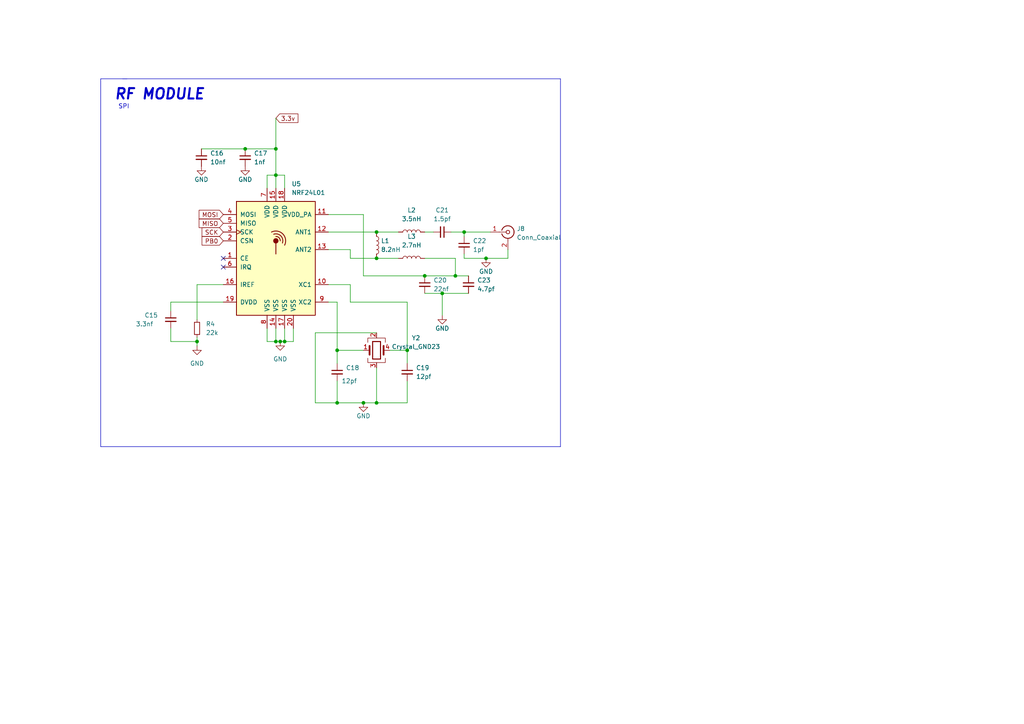
<source format=kicad_sch>
(kicad_sch (version 20230121) (generator eeschema)

  (uuid 432b79b1-c5b5-4908-b2ec-80334aa2e347)

  (paper "A4")

  (lib_symbols
    (symbol "Connector:Conn_Coaxial" (pin_names (offset 1.016) hide) (in_bom yes) (on_board yes)
      (property "Reference" "J" (at 0.254 3.048 0)
        (effects (font (size 1.27 1.27)))
      )
      (property "Value" "Conn_Coaxial" (at 2.921 0 90)
        (effects (font (size 1.27 1.27)))
      )
      (property "Footprint" "" (at 0 0 0)
        (effects (font (size 1.27 1.27)) hide)
      )
      (property "Datasheet" " ~" (at 0 0 0)
        (effects (font (size 1.27 1.27)) hide)
      )
      (property "ki_keywords" "BNC SMA SMB SMC LEMO coaxial connector CINCH RCA" (at 0 0 0)
        (effects (font (size 1.27 1.27)) hide)
      )
      (property "ki_description" "coaxial connector (BNC, SMA, SMB, SMC, Cinch/RCA, LEMO, ...)" (at 0 0 0)
        (effects (font (size 1.27 1.27)) hide)
      )
      (property "ki_fp_filters" "*BNC* *SMA* *SMB* *SMC* *Cinch* *LEMO*" (at 0 0 0)
        (effects (font (size 1.27 1.27)) hide)
      )
      (symbol "Conn_Coaxial_0_1"
        (arc (start -1.778 -0.508) (mid 0.2311 -1.8066) (end 1.778 0)
          (stroke (width 0.254) (type default))
          (fill (type none))
        )
        (polyline
          (pts
            (xy -2.54 0)
            (xy -0.508 0)
          )
          (stroke (width 0) (type default))
          (fill (type none))
        )
        (polyline
          (pts
            (xy 0 -2.54)
            (xy 0 -1.778)
          )
          (stroke (width 0) (type default))
          (fill (type none))
        )
        (circle (center 0 0) (radius 0.508)
          (stroke (width 0.2032) (type default))
          (fill (type none))
        )
        (arc (start 1.778 0) (mid 0.2099 1.8101) (end -1.778 0.508)
          (stroke (width 0.254) (type default))
          (fill (type none))
        )
      )
      (symbol "Conn_Coaxial_1_1"
        (pin passive line (at -5.08 0 0) (length 2.54)
          (name "In" (effects (font (size 1.27 1.27))))
          (number "1" (effects (font (size 1.27 1.27))))
        )
        (pin passive line (at 0 -5.08 90) (length 2.54)
          (name "Ext" (effects (font (size 1.27 1.27))))
          (number "2" (effects (font (size 1.27 1.27))))
        )
      )
    )
    (symbol "Device:C_Small" (pin_numbers hide) (pin_names (offset 0.254) hide) (in_bom yes) (on_board yes)
      (property "Reference" "C" (at 0.254 1.778 0)
        (effects (font (size 1.27 1.27)) (justify left))
      )
      (property "Value" "C_Small" (at 0.254 -2.032 0)
        (effects (font (size 1.27 1.27)) (justify left))
      )
      (property "Footprint" "" (at 0 0 0)
        (effects (font (size 1.27 1.27)) hide)
      )
      (property "Datasheet" "~" (at 0 0 0)
        (effects (font (size 1.27 1.27)) hide)
      )
      (property "ki_keywords" "capacitor cap" (at 0 0 0)
        (effects (font (size 1.27 1.27)) hide)
      )
      (property "ki_description" "Unpolarized capacitor, small symbol" (at 0 0 0)
        (effects (font (size 1.27 1.27)) hide)
      )
      (property "ki_fp_filters" "C_*" (at 0 0 0)
        (effects (font (size 1.27 1.27)) hide)
      )
      (symbol "C_Small_0_1"
        (polyline
          (pts
            (xy -1.524 -0.508)
            (xy 1.524 -0.508)
          )
          (stroke (width 0.3302) (type default))
          (fill (type none))
        )
        (polyline
          (pts
            (xy -1.524 0.508)
            (xy 1.524 0.508)
          )
          (stroke (width 0.3048) (type default))
          (fill (type none))
        )
      )
      (symbol "C_Small_1_1"
        (pin passive line (at 0 2.54 270) (length 2.032)
          (name "~" (effects (font (size 1.27 1.27))))
          (number "1" (effects (font (size 1.27 1.27))))
        )
        (pin passive line (at 0 -2.54 90) (length 2.032)
          (name "~" (effects (font (size 1.27 1.27))))
          (number "2" (effects (font (size 1.27 1.27))))
        )
      )
    )
    (symbol "Device:Crystal_GND23" (pin_names (offset 1.016) hide) (in_bom yes) (on_board yes)
      (property "Reference" "Y" (at 3.175 5.08 0)
        (effects (font (size 1.27 1.27)) (justify left))
      )
      (property "Value" "Crystal_GND23" (at 3.175 3.175 0)
        (effects (font (size 1.27 1.27)) (justify left))
      )
      (property "Footprint" "" (at 0 0 0)
        (effects (font (size 1.27 1.27)) hide)
      )
      (property "Datasheet" "~" (at 0 0 0)
        (effects (font (size 1.27 1.27)) hide)
      )
      (property "ki_keywords" "quartz ceramic resonator oscillator" (at 0 0 0)
        (effects (font (size 1.27 1.27)) hide)
      )
      (property "ki_description" "Four pin crystal, GND on pins 2 and 3" (at 0 0 0)
        (effects (font (size 1.27 1.27)) hide)
      )
      (property "ki_fp_filters" "Crystal*" (at 0 0 0)
        (effects (font (size 1.27 1.27)) hide)
      )
      (symbol "Crystal_GND23_0_1"
        (rectangle (start -1.143 2.54) (end 1.143 -2.54)
          (stroke (width 0.3048) (type default))
          (fill (type none))
        )
        (polyline
          (pts
            (xy -2.54 0)
            (xy -2.032 0)
          )
          (stroke (width 0) (type default))
          (fill (type none))
        )
        (polyline
          (pts
            (xy -2.032 -1.27)
            (xy -2.032 1.27)
          )
          (stroke (width 0.508) (type default))
          (fill (type none))
        )
        (polyline
          (pts
            (xy 0 -3.81)
            (xy 0 -3.556)
          )
          (stroke (width 0) (type default))
          (fill (type none))
        )
        (polyline
          (pts
            (xy 0 3.556)
            (xy 0 3.81)
          )
          (stroke (width 0) (type default))
          (fill (type none))
        )
        (polyline
          (pts
            (xy 2.032 -1.27)
            (xy 2.032 1.27)
          )
          (stroke (width 0.508) (type default))
          (fill (type none))
        )
        (polyline
          (pts
            (xy 2.032 0)
            (xy 2.54 0)
          )
          (stroke (width 0) (type default))
          (fill (type none))
        )
        (polyline
          (pts
            (xy -2.54 -2.286)
            (xy -2.54 -3.556)
            (xy 2.54 -3.556)
            (xy 2.54 -2.286)
          )
          (stroke (width 0) (type default))
          (fill (type none))
        )
        (polyline
          (pts
            (xy -2.54 2.286)
            (xy -2.54 3.556)
            (xy 2.54 3.556)
            (xy 2.54 2.286)
          )
          (stroke (width 0) (type default))
          (fill (type none))
        )
      )
      (symbol "Crystal_GND23_1_1"
        (pin passive line (at -3.81 0 0) (length 1.27)
          (name "1" (effects (font (size 1.27 1.27))))
          (number "1" (effects (font (size 1.27 1.27))))
        )
        (pin passive line (at 0 5.08 270) (length 1.27)
          (name "2" (effects (font (size 1.27 1.27))))
          (number "2" (effects (font (size 1.27 1.27))))
        )
        (pin passive line (at 0 -5.08 90) (length 1.27)
          (name "3" (effects (font (size 1.27 1.27))))
          (number "3" (effects (font (size 1.27 1.27))))
        )
        (pin passive line (at 3.81 0 180) (length 1.27)
          (name "4" (effects (font (size 1.27 1.27))))
          (number "4" (effects (font (size 1.27 1.27))))
        )
      )
    )
    (symbol "Device:L" (pin_numbers hide) (pin_names (offset 1.016) hide) (in_bom yes) (on_board yes)
      (property "Reference" "L" (at -1.27 0 90)
        (effects (font (size 1.27 1.27)))
      )
      (property "Value" "L" (at 1.905 0 90)
        (effects (font (size 1.27 1.27)))
      )
      (property "Footprint" "" (at 0 0 0)
        (effects (font (size 1.27 1.27)) hide)
      )
      (property "Datasheet" "~" (at 0 0 0)
        (effects (font (size 1.27 1.27)) hide)
      )
      (property "ki_keywords" "inductor choke coil reactor magnetic" (at 0 0 0)
        (effects (font (size 1.27 1.27)) hide)
      )
      (property "ki_description" "Inductor" (at 0 0 0)
        (effects (font (size 1.27 1.27)) hide)
      )
      (property "ki_fp_filters" "Choke_* *Coil* Inductor_* L_*" (at 0 0 0)
        (effects (font (size 1.27 1.27)) hide)
      )
      (symbol "L_0_1"
        (arc (start 0 -2.54) (mid 0.6323 -1.905) (end 0 -1.27)
          (stroke (width 0) (type default))
          (fill (type none))
        )
        (arc (start 0 -1.27) (mid 0.6323 -0.635) (end 0 0)
          (stroke (width 0) (type default))
          (fill (type none))
        )
        (arc (start 0 0) (mid 0.6323 0.635) (end 0 1.27)
          (stroke (width 0) (type default))
          (fill (type none))
        )
        (arc (start 0 1.27) (mid 0.6323 1.905) (end 0 2.54)
          (stroke (width 0) (type default))
          (fill (type none))
        )
      )
      (symbol "L_1_1"
        (pin passive line (at 0 3.81 270) (length 1.27)
          (name "1" (effects (font (size 1.27 1.27))))
          (number "1" (effects (font (size 1.27 1.27))))
        )
        (pin passive line (at 0 -3.81 90) (length 1.27)
          (name "2" (effects (font (size 1.27 1.27))))
          (number "2" (effects (font (size 1.27 1.27))))
        )
      )
    )
    (symbol "Device:R_Small" (pin_numbers hide) (pin_names (offset 0.254) hide) (in_bom yes) (on_board yes)
      (property "Reference" "R" (at 0.762 0.508 0)
        (effects (font (size 1.27 1.27)) (justify left))
      )
      (property "Value" "R_Small" (at 0.762 -1.016 0)
        (effects (font (size 1.27 1.27)) (justify left))
      )
      (property "Footprint" "" (at 0 0 0)
        (effects (font (size 1.27 1.27)) hide)
      )
      (property "Datasheet" "~" (at 0 0 0)
        (effects (font (size 1.27 1.27)) hide)
      )
      (property "ki_keywords" "R resistor" (at 0 0 0)
        (effects (font (size 1.27 1.27)) hide)
      )
      (property "ki_description" "Resistor, small symbol" (at 0 0 0)
        (effects (font (size 1.27 1.27)) hide)
      )
      (property "ki_fp_filters" "R_*" (at 0 0 0)
        (effects (font (size 1.27 1.27)) hide)
      )
      (symbol "R_Small_0_1"
        (rectangle (start -0.762 1.778) (end 0.762 -1.778)
          (stroke (width 0.2032) (type default))
          (fill (type none))
        )
      )
      (symbol "R_Small_1_1"
        (pin passive line (at 0 2.54 270) (length 0.762)
          (name "~" (effects (font (size 1.27 1.27))))
          (number "1" (effects (font (size 1.27 1.27))))
        )
        (pin passive line (at 0 -2.54 90) (length 0.762)
          (name "~" (effects (font (size 1.27 1.27))))
          (number "2" (effects (font (size 1.27 1.27))))
        )
      )
    )
    (symbol "RF:NRF24L01" (pin_names (offset 1.016)) (in_bom yes) (on_board yes)
      (property "Reference" "U" (at -11.43 17.78 0)
        (effects (font (size 1.27 1.27)) (justify left))
      )
      (property "Value" "NRF24L01" (at 5.08 17.78 0)
        (effects (font (size 1.27 1.27)) (justify left))
      )
      (property "Footprint" "Package_DFN_QFN:QFN-20-1EP_4x4mm_P0.5mm_EP2.5x2.5mm" (at 5.08 20.32 0)
        (effects (font (size 1.27 1.27) italic) (justify left) hide)
      )
      (property "Datasheet" "http://www.nordicsemi.com/eng/content/download/2730/34105/file/nRF24L01_Product_Specification_v2_0.pdf" (at 0 2.54 0)
        (effects (font (size 1.27 1.27)) hide)
      )
      (property "ki_keywords" "Low Power RF Transciever" (at 0 0 0)
        (effects (font (size 1.27 1.27)) hide)
      )
      (property "ki_description" "Ultra low power 2.4GHz RF Transceiver, QFN-20" (at 0 0 0)
        (effects (font (size 1.27 1.27)) hide)
      )
      (property "ki_fp_filters" "QFN*4x4*0.5mm*" (at 0 0 0)
        (effects (font (size 1.27 1.27)) hide)
      )
      (symbol "NRF24L01_0_1"
        (rectangle (start -11.43 16.51) (end 11.43 -16.51)
          (stroke (width 0.254) (type default))
          (fill (type background))
        )
        (polyline
          (pts
            (xy 0 4.445)
            (xy 0 1.27)
          )
          (stroke (width 0.254) (type default))
          (fill (type none))
        )
        (circle (center 0 5.08) (radius 0.635)
          (stroke (width 0.254) (type default))
          (fill (type outline))
        )
        (arc (start 1.27 5.08) (mid 0.9071 5.9946) (end 0 6.35)
          (stroke (width 0.254) (type default))
          (fill (type none))
        )
        (arc (start 1.905 4.445) (mid 1.4313 6.5254) (end -0.635 6.985)
          (stroke (width 0.254) (type default))
          (fill (type none))
        )
        (arc (start 2.54 3.81) (mid 2.008 7.088) (end -1.27 7.62)
          (stroke (width 0.254) (type default))
          (fill (type none))
        )
        (rectangle (start 11.43 -13.97) (end 11.43 -13.97)
          (stroke (width 0) (type default))
          (fill (type none))
        )
      )
      (symbol "NRF24L01_1_1"
        (pin input line (at -15.24 0 0) (length 3.81)
          (name "CE" (effects (font (size 1.27 1.27))))
          (number "1" (effects (font (size 1.27 1.27))))
        )
        (pin passive line (at 15.24 -7.62 180) (length 3.81)
          (name "XC1" (effects (font (size 1.27 1.27))))
          (number "10" (effects (font (size 1.27 1.27))))
        )
        (pin power_out line (at 15.24 12.7 180) (length 3.81)
          (name "VDD_PA" (effects (font (size 1.27 1.27))))
          (number "11" (effects (font (size 1.27 1.27))))
        )
        (pin passive line (at 15.24 7.62 180) (length 3.81)
          (name "ANT1" (effects (font (size 1.27 1.27))))
          (number "12" (effects (font (size 1.27 1.27))))
        )
        (pin passive line (at 15.24 2.54 180) (length 3.81)
          (name "ANT2" (effects (font (size 1.27 1.27))))
          (number "13" (effects (font (size 1.27 1.27))))
        )
        (pin power_in line (at 0 -20.32 90) (length 3.81)
          (name "VSS" (effects (font (size 1.27 1.27))))
          (number "14" (effects (font (size 1.27 1.27))))
        )
        (pin power_in line (at 0 20.32 270) (length 3.81)
          (name "VDD" (effects (font (size 1.27 1.27))))
          (number "15" (effects (font (size 1.27 1.27))))
        )
        (pin passive line (at -15.24 -7.62 0) (length 3.81)
          (name "IREF" (effects (font (size 1.27 1.27))))
          (number "16" (effects (font (size 1.27 1.27))))
        )
        (pin power_in line (at 2.54 -20.32 90) (length 3.81)
          (name "VSS" (effects (font (size 1.27 1.27))))
          (number "17" (effects (font (size 1.27 1.27))))
        )
        (pin power_in line (at 2.54 20.32 270) (length 3.81)
          (name "VDD" (effects (font (size 1.27 1.27))))
          (number "18" (effects (font (size 1.27 1.27))))
        )
        (pin power_out line (at -15.24 -12.7 0) (length 3.81)
          (name "DVDD" (effects (font (size 1.27 1.27))))
          (number "19" (effects (font (size 1.27 1.27))))
        )
        (pin input line (at -15.24 5.08 0) (length 3.81)
          (name "CSN" (effects (font (size 1.27 1.27))))
          (number "2" (effects (font (size 1.27 1.27))))
        )
        (pin power_in line (at 5.08 -20.32 90) (length 3.81)
          (name "VSS" (effects (font (size 1.27 1.27))))
          (number "20" (effects (font (size 1.27 1.27))))
        )
        (pin input clock (at -15.24 7.62 0) (length 3.81)
          (name "SCK" (effects (font (size 1.27 1.27))))
          (number "3" (effects (font (size 1.27 1.27))))
        )
        (pin input line (at -15.24 12.7 0) (length 3.81)
          (name "MOSI" (effects (font (size 1.27 1.27))))
          (number "4" (effects (font (size 1.27 1.27))))
        )
        (pin output line (at -15.24 10.16 0) (length 3.81)
          (name "MISO" (effects (font (size 1.27 1.27))))
          (number "5" (effects (font (size 1.27 1.27))))
        )
        (pin output line (at -15.24 -2.54 0) (length 3.81)
          (name "IRQ" (effects (font (size 1.27 1.27))))
          (number "6" (effects (font (size 1.27 1.27))))
        )
        (pin power_in line (at -2.54 20.32 270) (length 3.81)
          (name "VDD" (effects (font (size 1.27 1.27))))
          (number "7" (effects (font (size 1.27 1.27))))
        )
        (pin power_in line (at -2.54 -20.32 90) (length 3.81)
          (name "VSS" (effects (font (size 1.27 1.27))))
          (number "8" (effects (font (size 1.27 1.27))))
        )
        (pin passive line (at 15.24 -12.7 180) (length 3.81)
          (name "XC2" (effects (font (size 1.27 1.27))))
          (number "9" (effects (font (size 1.27 1.27))))
        )
      )
    )
    (symbol "power:GND" (power) (pin_names (offset 0)) (in_bom yes) (on_board yes)
      (property "Reference" "#PWR" (at 0 -6.35 0)
        (effects (font (size 1.27 1.27)) hide)
      )
      (property "Value" "GND" (at 0 -3.81 0)
        (effects (font (size 1.27 1.27)))
      )
      (property "Footprint" "" (at 0 0 0)
        (effects (font (size 1.27 1.27)) hide)
      )
      (property "Datasheet" "" (at 0 0 0)
        (effects (font (size 1.27 1.27)) hide)
      )
      (property "ki_keywords" "power-flag" (at 0 0 0)
        (effects (font (size 1.27 1.27)) hide)
      )
      (property "ki_description" "Power symbol creates a global label with name \"GND\" , ground" (at 0 0 0)
        (effects (font (size 1.27 1.27)) hide)
      )
      (symbol "GND_0_1"
        (polyline
          (pts
            (xy 0 0)
            (xy 0 -1.27)
            (xy 1.27 -1.27)
            (xy 0 -2.54)
            (xy -1.27 -1.27)
            (xy 0 -1.27)
          )
          (stroke (width 0) (type default))
          (fill (type none))
        )
      )
      (symbol "GND_1_1"
        (pin power_in line (at 0 0 270) (length 0) hide
          (name "GND" (effects (font (size 1.27 1.27))))
          (number "1" (effects (font (size 1.27 1.27))))
        )
      )
    )
  )

  (junction (at 80.01 50.8) (diameter 0) (color 0 0 0 0)
    (uuid 136a2e97-0f4f-48a2-a63d-1dbb4d193f56)
  )
  (junction (at 81.28 99.06) (diameter 0) (color 0 0 0 0)
    (uuid 1f5b2d7f-a606-498c-bab4-01b1d623add2)
  )
  (junction (at 123.19 80.01) (diameter 0) (color 0 0 0 0)
    (uuid 322845cb-c186-4bce-988c-d63f34c001fa)
  )
  (junction (at 57.15 99.06) (diameter 0) (color 0 0 0 0)
    (uuid 47ce7024-d3a2-42f7-af34-10bf70bc1617)
  )
  (junction (at 132.08 80.01) (diameter 0) (color 0 0 0 0)
    (uuid 540c5c48-f31c-4f9c-8229-734fe291ea73)
  )
  (junction (at 109.22 74.93) (diameter 0) (color 0 0 0 0)
    (uuid 55c17f10-3f2c-4bd6-9abe-54be3fd85f52)
  )
  (junction (at 71.12 43.18) (diameter 0) (color 0 0 0 0)
    (uuid 633a0ac9-81a9-4472-ba39-785157b413d3)
  )
  (junction (at 109.22 67.31) (diameter 0) (color 0 0 0 0)
    (uuid 7b463ef8-5334-4f19-b2b6-fc1dba64b6df)
  )
  (junction (at 80.01 99.06) (diameter 0) (color 0 0 0 0)
    (uuid 84dabb9f-44c9-4f55-b918-cac1f0321dbb)
  )
  (junction (at 140.97 74.93) (diameter 0) (color 0 0 0 0)
    (uuid 855a2e59-dcb1-489b-acf3-575141ac2151)
  )
  (junction (at 134.62 67.31) (diameter 0) (color 0 0 0 0)
    (uuid 9cc9ff1b-3708-4202-9626-7caf44dafa41)
  )
  (junction (at 97.79 101.6) (diameter 0) (color 0 0 0 0)
    (uuid a0d71c5e-53b4-4ee1-8864-a47ff1e6f1b0)
  )
  (junction (at 80.01 43.18) (diameter 0) (color 0 0 0 0)
    (uuid a8d2129f-0b87-4d0b-a609-a9d609897731)
  )
  (junction (at 109.22 116.84) (diameter 0) (color 0 0 0 0)
    (uuid b3e624e7-67a8-4064-8840-40b8063ba5ef)
  )
  (junction (at 118.11 101.6) (diameter 0) (color 0 0 0 0)
    (uuid b988cfb1-1093-49ec-bae0-a58f74a682c2)
  )
  (junction (at 97.79 116.84) (diameter 0) (color 0 0 0 0)
    (uuid b9a85bf0-35c3-4e8c-a037-6c1c6ddd98a2)
  )
  (junction (at 105.41 116.84) (diameter 0) (color 0 0 0 0)
    (uuid c7422595-1507-4a72-a04d-b7eb2ad936d8)
  )
  (junction (at 82.55 99.06) (diameter 0) (color 0 0 0 0)
    (uuid cbfd9378-780d-4002-bcc4-663eae2030eb)
  )
  (junction (at 128.27 85.09) (diameter 0) (color 0 0 0 0)
    (uuid f80fe99e-bf2f-4946-b3ae-7711245735e6)
  )

  (no_connect (at 64.77 74.93) (uuid 1ea84dbd-de68-4fb9-aa35-1dfddfead59f))
  (no_connect (at 64.77 77.47) (uuid 1ea84dbd-de68-4fb9-aa35-1dfddfead5a0))

  (wire (pts (xy 134.62 67.31) (xy 142.24 67.31))
    (stroke (width 0) (type default))
    (uuid 04365f74-00c2-4095-a994-f530aa343100)
  )
  (wire (pts (xy 77.47 54.61) (xy 77.47 50.8))
    (stroke (width 0) (type default))
    (uuid 1086689c-a57f-491a-bfb3-9d73065f8714)
  )
  (wire (pts (xy 109.22 96.52) (xy 91.44 96.52))
    (stroke (width 0) (type default))
    (uuid 111d5719-3e9c-4832-8f9f-df4ec204f773)
  )
  (wire (pts (xy 130.81 67.31) (xy 134.62 67.31))
    (stroke (width 0) (type default))
    (uuid 151995d8-5900-4afc-8a66-9a37b48b749b)
  )
  (wire (pts (xy 134.62 74.93) (xy 140.97 74.93))
    (stroke (width 0) (type default))
    (uuid 17903dbc-4587-40d1-ad02-4a6c1873e40c)
  )
  (wire (pts (xy 91.44 116.84) (xy 97.79 116.84))
    (stroke (width 0) (type default))
    (uuid 181f1389-395e-4186-8b81-d39dc2f9be5d)
  )
  (wire (pts (xy 118.11 101.6) (xy 118.11 87.63))
    (stroke (width 0) (type default))
    (uuid 18a23009-8d9f-4b89-b02f-b559a7209c5c)
  )
  (wire (pts (xy 101.6 72.39) (xy 101.6 74.93))
    (stroke (width 0) (type default))
    (uuid 1c695d86-3b04-4606-9006-3f1244508bf3)
  )
  (wire (pts (xy 128.27 85.09) (xy 135.89 85.09))
    (stroke (width 0) (type default))
    (uuid 1e1a4c9e-0fcf-428a-b63d-52fc8dc770cc)
  )
  (wire (pts (xy 82.55 95.25) (xy 82.55 99.06))
    (stroke (width 0) (type default))
    (uuid 1fd4ac41-6e97-45cc-8da1-46d9c8cafdba)
  )
  (wire (pts (xy 80.01 50.8) (xy 80.01 54.61))
    (stroke (width 0) (type default))
    (uuid 24b6396b-f8c2-4fa8-81b3-7ab2580654da)
  )
  (wire (pts (xy 128.27 91.44) (xy 128.27 85.09))
    (stroke (width 0) (type default))
    (uuid 27e940b4-2791-4fa8-b984-b22097e6ea8c)
  )
  (wire (pts (xy 95.25 67.31) (xy 109.22 67.31))
    (stroke (width 0) (type default))
    (uuid 2874c3b8-22bd-4877-b388-94aa21c0e905)
  )
  (wire (pts (xy 64.77 82.55) (xy 57.15 82.55))
    (stroke (width 0) (type default))
    (uuid 2a6119db-5f1c-49e4-9564-6c94a2641f48)
  )
  (wire (pts (xy 97.79 116.84) (xy 105.41 116.84))
    (stroke (width 0) (type default))
    (uuid 2e0fe9d8-9137-4354-8c52-e36bda39dcf1)
  )
  (wire (pts (xy 97.79 110.49) (xy 97.79 116.84))
    (stroke (width 0) (type default))
    (uuid 2f8eb779-557e-463e-8916-1550aff3408f)
  )
  (wire (pts (xy 134.62 73.66) (xy 134.62 74.93))
    (stroke (width 0) (type default))
    (uuid 30f4ea0d-e912-42ce-8539-da505e1304a5)
  )
  (polyline (pts (xy 162.56 129.54) (xy 29.21 129.54))
    (stroke (width 0) (type default))
    (uuid 33ecb720-84d6-481d-b32d-6ab0265b176b)
  )

  (wire (pts (xy 140.97 74.93) (xy 147.32 74.93))
    (stroke (width 0) (type default))
    (uuid 34ce058e-31f1-4c67-b10e-96f1261bbb13)
  )
  (wire (pts (xy 80.01 34.29) (xy 80.01 43.18))
    (stroke (width 0) (type default))
    (uuid 3ab0af52-7053-4c04-ae57-8aa81c1d2353)
  )
  (wire (pts (xy 82.55 54.61) (xy 82.55 50.8))
    (stroke (width 0) (type default))
    (uuid 3bf8a0f7-d925-456e-9723-d325c484f7b1)
  )
  (wire (pts (xy 97.79 101.6) (xy 97.79 105.41))
    (stroke (width 0) (type default))
    (uuid 40656166-de21-4568-b15d-bfed70e95141)
  )
  (wire (pts (xy 123.19 80.01) (xy 132.08 80.01))
    (stroke (width 0) (type default))
    (uuid 411359f2-c3ab-4ba6-9aa9-7db3a8528471)
  )
  (wire (pts (xy 109.22 74.93) (xy 115.57 74.93))
    (stroke (width 0) (type default))
    (uuid 4184f895-e032-4cd0-9475-6f02cac4d510)
  )
  (wire (pts (xy 57.15 97.79) (xy 57.15 99.06))
    (stroke (width 0) (type default))
    (uuid 42b9be89-95a6-4aba-adce-c05299456c66)
  )
  (polyline (pts (xy 162.56 22.86) (xy 162.56 129.54))
    (stroke (width 0) (type default))
    (uuid 461d22c0-fca5-4a99-88f0-b2e839376e08)
  )

  (wire (pts (xy 132.08 74.93) (xy 132.08 80.01))
    (stroke (width 0) (type default))
    (uuid 4aeac4e4-e9fd-44a3-aae0-585efce30c6c)
  )
  (wire (pts (xy 118.11 101.6) (xy 118.11 105.41))
    (stroke (width 0) (type default))
    (uuid 4ee4d5ab-678d-4936-b561-beadd6cc6898)
  )
  (wire (pts (xy 57.15 82.55) (xy 57.15 92.71))
    (stroke (width 0) (type default))
    (uuid 508d1621-20ec-4d3d-8960-4cb0441417d6)
  )
  (wire (pts (xy 80.01 95.25) (xy 80.01 99.06))
    (stroke (width 0) (type default))
    (uuid 541e9d94-79fa-4b37-a5a2-17f0d48ed012)
  )
  (wire (pts (xy 123.19 74.93) (xy 132.08 74.93))
    (stroke (width 0) (type default))
    (uuid 572a25ab-29c7-4f91-9eba-8733df22df93)
  )
  (wire (pts (xy 77.47 99.06) (xy 80.01 99.06))
    (stroke (width 0) (type default))
    (uuid 5c0e8fd5-95e1-4381-a98d-83b375609b42)
  )
  (wire (pts (xy 95.25 62.23) (xy 105.41 62.23))
    (stroke (width 0) (type default))
    (uuid 612f6f0b-3844-43ed-b8f5-89fd757d6466)
  )
  (polyline (pts (xy 29.21 129.54) (xy 29.21 22.86))
    (stroke (width 0) (type default))
    (uuid 63f451f0-46a3-4d83-9679-4097d73154a8)
  )

  (wire (pts (xy 123.19 85.09) (xy 128.27 85.09))
    (stroke (width 0) (type default))
    (uuid 6a2bd47e-4380-4e7e-86fe-cf5f0dca3cc1)
  )
  (wire (pts (xy 57.15 99.06) (xy 57.15 100.33))
    (stroke (width 0) (type default))
    (uuid 6a3243e2-0073-419f-92b2-82cae280d855)
  )
  (wire (pts (xy 113.03 101.6) (xy 118.11 101.6))
    (stroke (width 0) (type default))
    (uuid 6bc411e7-97a3-4f5d-aee4-7d8f4e377072)
  )
  (wire (pts (xy 95.25 72.39) (xy 101.6 72.39))
    (stroke (width 0) (type default))
    (uuid 6d092888-671f-439c-a50a-ec32240d2a32)
  )
  (wire (pts (xy 118.11 87.63) (xy 101.6 87.63))
    (stroke (width 0) (type default))
    (uuid 6d86043e-16df-4c79-9ff1-b67b3bf84cb0)
  )
  (wire (pts (xy 82.55 99.06) (xy 85.09 99.06))
    (stroke (width 0) (type default))
    (uuid 6f2beda4-c341-4754-97d8-4ff4d4e9f080)
  )
  (wire (pts (xy 49.53 99.06) (xy 57.15 99.06))
    (stroke (width 0) (type default))
    (uuid 74686e88-ccb9-455c-9824-716064113964)
  )
  (polyline (pts (xy 35.56 22.86) (xy 162.56 22.86))
    (stroke (width 0) (type default))
    (uuid 754b7e50-6008-4c5c-94f1-caefc3a59010)
  )

  (wire (pts (xy 80.01 43.18) (xy 80.01 50.8))
    (stroke (width 0) (type default))
    (uuid 7566cc12-8c42-437e-a31a-e16960efde53)
  )
  (wire (pts (xy 80.01 50.8) (xy 82.55 50.8))
    (stroke (width 0) (type default))
    (uuid 7a92bbe3-8215-4987-b236-92bc3b385e02)
  )
  (wire (pts (xy 101.6 87.63) (xy 101.6 82.55))
    (stroke (width 0) (type default))
    (uuid 7fb1020f-27ea-4ee2-b8e6-a822a885543c)
  )
  (wire (pts (xy 80.01 99.06) (xy 81.28 99.06))
    (stroke (width 0) (type default))
    (uuid 83102db0-8c97-4d90-a587-0cc0c1adb9e4)
  )
  (wire (pts (xy 77.47 95.25) (xy 77.47 99.06))
    (stroke (width 0) (type default))
    (uuid 85d8273b-798d-4ff7-bd58-164d24c5b28a)
  )
  (wire (pts (xy 134.62 67.31) (xy 134.62 68.58))
    (stroke (width 0) (type default))
    (uuid 872b72fe-e542-4f9e-8b66-556ad4669b4f)
  )
  (wire (pts (xy 105.41 80.01) (xy 123.19 80.01))
    (stroke (width 0) (type default))
    (uuid 8c90d4ea-6a5a-4e90-a41f-28031b41973a)
  )
  (wire (pts (xy 101.6 74.93) (xy 109.22 74.93))
    (stroke (width 0) (type default))
    (uuid 8eb83ffc-ffdc-474f-8f5b-09e88bf8d0bb)
  )
  (wire (pts (xy 49.53 87.63) (xy 49.53 90.17))
    (stroke (width 0) (type default))
    (uuid 8f1e3104-a448-4c7a-85e4-2afc5d1205a6)
  )
  (wire (pts (xy 80.01 43.18) (xy 71.12 43.18))
    (stroke (width 0) (type default))
    (uuid 90feb797-0c6a-4180-bc8f-3322f2854b8c)
  )
  (wire (pts (xy 118.11 110.49) (xy 118.11 116.84))
    (stroke (width 0) (type default))
    (uuid 9a1e3ed1-b0ce-41e1-9cf1-59fceaef4fc6)
  )
  (wire (pts (xy 109.22 116.84) (xy 118.11 116.84))
    (stroke (width 0) (type default))
    (uuid 9f4ff4cd-9578-42ef-8b45-be0f7df43315)
  )
  (wire (pts (xy 49.53 95.25) (xy 49.53 99.06))
    (stroke (width 0) (type default))
    (uuid 9f9c7c5b-5336-4ea9-aaf7-38ef087f0a3a)
  )
  (wire (pts (xy 97.79 101.6) (xy 97.79 87.63))
    (stroke (width 0) (type default))
    (uuid a234e349-a3aa-488c-8dbe-81fb62efee03)
  )
  (wire (pts (xy 105.41 62.23) (xy 105.41 80.01))
    (stroke (width 0) (type default))
    (uuid a49e8cc8-ac58-4c1f-8827-63794578f33c)
  )
  (wire (pts (xy 109.22 67.31) (xy 115.57 67.31))
    (stroke (width 0) (type default))
    (uuid a77ac173-c403-4fad-ac4d-7f3be33871dd)
  )
  (wire (pts (xy 101.6 82.55) (xy 95.25 82.55))
    (stroke (width 0) (type default))
    (uuid b45ad62e-3c3d-42b0-8848-f59c886f2691)
  )
  (wire (pts (xy 97.79 87.63) (xy 95.25 87.63))
    (stroke (width 0) (type default))
    (uuid b69e7777-db3b-4a9b-a939-22e6648cc11c)
  )
  (wire (pts (xy 105.41 116.84) (xy 109.22 116.84))
    (stroke (width 0) (type default))
    (uuid badc13c7-75f9-4d2d-a883-2c743d621a73)
  )
  (wire (pts (xy 85.09 95.25) (xy 85.09 99.06))
    (stroke (width 0) (type default))
    (uuid bdad7057-1b59-4684-9cec-58500586a432)
  )
  (wire (pts (xy 91.44 96.52) (xy 91.44 116.84))
    (stroke (width 0) (type default))
    (uuid bf9a1283-ea13-495a-b9ba-4b455743779b)
  )
  (wire (pts (xy 105.41 101.6) (xy 97.79 101.6))
    (stroke (width 0) (type default))
    (uuid c59ecce7-877a-4a34-9079-1a6036d98412)
  )
  (wire (pts (xy 71.12 43.18) (xy 58.42 43.18))
    (stroke (width 0) (type default))
    (uuid c8d9eec0-d3e3-4c94-8c00-f6ca8ed4eeb5)
  )
  (wire (pts (xy 147.32 72.39) (xy 147.32 74.93))
    (stroke (width 0) (type default))
    (uuid cf3d3159-93c9-4dbf-a547-1115b1c77188)
  )
  (polyline (pts (xy 29.21 22.86) (xy 36.83 22.86))
    (stroke (width 0) (type default))
    (uuid d0346df1-d558-4015-8a97-1b885af1bd4c)
  )

  (wire (pts (xy 123.19 67.31) (xy 125.73 67.31))
    (stroke (width 0) (type default))
    (uuid d1c73383-b0ab-4a35-975f-0cd88dd391d2)
  )
  (wire (pts (xy 132.08 80.01) (xy 135.89 80.01))
    (stroke (width 0) (type default))
    (uuid d239fa7a-be79-4a64-a9bf-ce4f73b812cf)
  )
  (wire (pts (xy 77.47 50.8) (xy 80.01 50.8))
    (stroke (width 0) (type default))
    (uuid ea29b618-177f-42e4-9736-4cbc1d5255ff)
  )
  (wire (pts (xy 81.28 99.06) (xy 82.55 99.06))
    (stroke (width 0) (type default))
    (uuid f042bcbd-cad2-467e-96b4-1be84b98fa76)
  )
  (wire (pts (xy 109.22 106.68) (xy 109.22 116.84))
    (stroke (width 0) (type default))
    (uuid f4dc9439-f163-4c80-b874-6f014bcc15a3)
  )
  (wire (pts (xy 64.77 87.63) (xy 49.53 87.63))
    (stroke (width 0) (type default))
    (uuid ffbeaf81-ae97-42ee-9681-59524ac122f8)
  )

  (text "SPI\n" (at 34.29 31.75 0)
    (effects (font (size 1.27 1.27)) (justify left bottom))
    (uuid 40033a2d-9c71-429f-b067-d1293f1f6d92)
  )
  (text "RF MODULE" (at 33.02 29.21 0)
    (effects (font (size 3 3) (thickness 0.6) bold italic) (justify left bottom))
    (uuid 71930735-3503-4ced-a38b-c13e06fe612a)
  )

  (global_label "SCK" (shape input) (at 64.77 67.31 180) (fields_autoplaced)
    (effects (font (size 1.27 1.27)) (justify right))
    (uuid 5c428516-64c7-43ea-8dc2-39c2d498edc8)
    (property "Intersheetrefs" "${INTERSHEET_REFS}" (at 58.6074 67.3894 0)
      (effects (font (size 1.27 1.27)) (justify right) hide)
    )
  )
  (global_label "PB0" (shape input) (at 64.77 69.85 180) (fields_autoplaced)
    (effects (font (size 1.27 1.27)) (justify right))
    (uuid 73c23d36-0ab8-408c-98ef-797188c587c1)
    (property "Intersheetrefs" "${INTERSHEET_REFS}" (at 58.6074 69.7706 0)
      (effects (font (size 1.27 1.27)) (justify right) hide)
    )
  )
  (global_label "MISO" (shape input) (at 64.77 64.77 180) (fields_autoplaced)
    (effects (font (size 1.27 1.27)) (justify right))
    (uuid 82d3d368-fb92-470c-affe-31f421f8b40e)
    (property "Intersheetrefs" "${INTERSHEET_REFS}" (at 57.7607 64.8494 0)
      (effects (font (size 1.27 1.27)) (justify right) hide)
    )
  )
  (global_label "3.3v" (shape input) (at 80.01 34.29 0) (fields_autoplaced)
    (effects (font (size 1.27 1.27)) (justify left))
    (uuid a6d7892a-29b5-4591-ae56-c25dca68e70d)
    (property "Intersheetrefs" "${INTERSHEET_REFS}" (at 86.4145 34.2106 0)
      (effects (font (size 1.27 1.27)) (justify left) hide)
    )
  )
  (global_label "MOSI" (shape input) (at 64.77 62.23 180) (fields_autoplaced)
    (effects (font (size 1.27 1.27)) (justify right))
    (uuid f55e5495-f22f-4823-9b5f-ad0477c23b5d)
    (property "Intersheetrefs" "${INTERSHEET_REFS}" (at 57.7607 62.3094 0)
      (effects (font (size 1.27 1.27)) (justify right) hide)
    )
  )

  (symbol (lib_id "power:GND") (at 128.27 91.44 0) (unit 1)
    (in_bom yes) (on_board yes) (dnp no)
    (uuid 0260a9a2-875b-4173-9cb2-7a182a61cf64)
    (property "Reference" "#PWR0125" (at 128.27 97.79 0)
      (effects (font (size 1.27 1.27)) hide)
    )
    (property "Value" "GND" (at 128.27 95.25 0)
      (effects (font (size 1.27 1.27)))
    )
    (property "Footprint" "" (at 128.27 91.44 0)
      (effects (font (size 1.27 1.27)) hide)
    )
    (property "Datasheet" "" (at 128.27 91.44 0)
      (effects (font (size 1.27 1.27)) hide)
    )
    (pin "1" (uuid 1aa8f8b5-43e7-4d90-9cdb-425f52c196a7))
    (instances
      (project "flight_computer_rocketry"
        (path "/4b180275-8355-49dd-8abb-8c8f51c45b28/dab353f0-c5e2-4929-96d3-510d0f4cf2c0"
          (reference "#PWR0125") (unit 1)
        )
      )
    )
  )

  (symbol (lib_id "Device:C_Small") (at 58.42 45.72 0) (unit 1)
    (in_bom yes) (on_board yes) (dnp no) (fields_autoplaced)
    (uuid 25760efb-18d5-4bf3-a9c0-9abad9503439)
    (property "Reference" "C16" (at 60.96 44.4562 0)
      (effects (font (size 1.27 1.27)) (justify left))
    )
    (property "Value" "10nf" (at 60.96 46.9962 0)
      (effects (font (size 1.27 1.27)) (justify left))
    )
    (property "Footprint" "Capacitor_SMD:C_0603_1608Metric_Pad1.08x0.95mm_HandSolder" (at 58.42 45.72 0)
      (effects (font (size 1.27 1.27)) hide)
    )
    (property "Datasheet" "~" (at 58.42 45.72 0)
      (effects (font (size 1.27 1.27)) hide)
    )
    (pin "1" (uuid 4c918e42-85b9-4403-8bf5-0f2a2194e773))
    (pin "2" (uuid 1c41b2db-052f-4ed4-aff2-de9642c85813))
    (instances
      (project "flight_computer_rocketry"
        (path "/4b180275-8355-49dd-8abb-8c8f51c45b28/dab353f0-c5e2-4929-96d3-510d0f4cf2c0"
          (reference "C16") (unit 1)
        )
      )
    )
  )

  (symbol (lib_id "Device:L") (at 109.22 71.12 0) (unit 1)
    (in_bom yes) (on_board yes) (dnp no) (fields_autoplaced)
    (uuid 3219d5c5-ce0e-4f7c-ad47-e518bc02b042)
    (property "Reference" "L1" (at 110.49 69.8499 0)
      (effects (font (size 1.27 1.27)) (justify left))
    )
    (property "Value" "8.2nH" (at 110.49 72.3899 0)
      (effects (font (size 1.27 1.27)) (justify left))
    )
    (property "Footprint" "Inductor_SMD:L_0805_2012Metric_Pad1.15x1.40mm_HandSolder" (at 109.22 71.12 0)
      (effects (font (size 1.27 1.27)) hide)
    )
    (property "Datasheet" "~" (at 109.22 71.12 0)
      (effects (font (size 1.27 1.27)) hide)
    )
    (pin "1" (uuid 0931b9ef-c38d-405a-9296-99bcca5f5ab0))
    (pin "2" (uuid 7865f177-ec67-4a2b-bc2b-d3df31817d6c))
    (instances
      (project "flight_computer_rocketry"
        (path "/4b180275-8355-49dd-8abb-8c8f51c45b28/dab353f0-c5e2-4929-96d3-510d0f4cf2c0"
          (reference "L1") (unit 1)
        )
      )
    )
  )

  (symbol (lib_id "Device:C_Small") (at 123.19 82.55 0) (unit 1)
    (in_bom yes) (on_board yes) (dnp no)
    (uuid 3d54477d-0935-4f89-ac68-c592ea864a3e)
    (property "Reference" "C20" (at 125.73 81.2862 0)
      (effects (font (size 1.27 1.27)) (justify left))
    )
    (property "Value" "22nf" (at 125.73 83.8262 0)
      (effects (font (size 1.27 1.27)) (justify left))
    )
    (property "Footprint" "Capacitor_SMD:C_0603_1608Metric_Pad1.08x0.95mm_HandSolder" (at 123.19 82.55 0)
      (effects (font (size 1.27 1.27)) hide)
    )
    (property "Datasheet" "~" (at 123.19 82.55 0)
      (effects (font (size 1.27 1.27)) hide)
    )
    (pin "1" (uuid c9a0d20b-4d24-4390-9379-5b7ef3d3a8e7))
    (pin "2" (uuid 092aa1d2-244d-46d5-a590-8ced7d0c2305))
    (instances
      (project "flight_computer_rocketry"
        (path "/4b180275-8355-49dd-8abb-8c8f51c45b28/dab353f0-c5e2-4929-96d3-510d0f4cf2c0"
          (reference "C20") (unit 1)
        )
      )
    )
  )

  (symbol (lib_id "RF:NRF24L01") (at 80.01 74.93 0) (unit 1)
    (in_bom yes) (on_board yes) (dnp no) (fields_autoplaced)
    (uuid 48bd716a-1fa9-4236-849f-6d30b0417bda)
    (property "Reference" "U5" (at 84.5694 53.34 0)
      (effects (font (size 1.27 1.27)) (justify left))
    )
    (property "Value" "NRF24L01" (at 84.5694 55.88 0)
      (effects (font (size 1.27 1.27)) (justify left))
    )
    (property "Footprint" "Package_DFN_QFN:QFN-20-1EP_4x4mm_P0.5mm_EP2.5x2.5mm" (at 85.09 54.61 0)
      (effects (font (size 1.27 1.27) italic) (justify left) hide)
    )
    (property "Datasheet" "http://www.nordicsemi.com/eng/content/download/2730/34105/file/nRF24L01_Product_Specification_v2_0.pdf" (at 80.01 72.39 0)
      (effects (font (size 1.27 1.27)) hide)
    )
    (pin "1" (uuid e7fdf00a-3cfb-4deb-a098-de7cae3e38b1))
    (pin "10" (uuid cd11f562-7ce0-4108-9070-41a268de941b))
    (pin "11" (uuid 52209f6c-1595-449e-b1ff-51c63b55e515))
    (pin "12" (uuid a4d1bfb8-23bd-4751-b232-f3c8bbeacd54))
    (pin "13" (uuid 86e8f8bf-7df7-4b90-8bbf-c7ca122c6a4b))
    (pin "14" (uuid f8508e14-d303-4080-9c8f-1600c6608aa8))
    (pin "15" (uuid 453ae406-41dd-4cc7-9ad8-043f6889956b))
    (pin "16" (uuid 6fa44aee-66fa-49c8-ba0e-70dcd40edd0e))
    (pin "17" (uuid 540c03ed-5280-4f2d-9ea1-9f0eb68bdad7))
    (pin "18" (uuid d6d57988-d88c-4079-ac34-841edbfc37fb))
    (pin "19" (uuid 55069181-7fe6-4d40-b90f-3593265fa876))
    (pin "2" (uuid f6871321-5c29-48ee-850f-7c6cec3ceda3))
    (pin "20" (uuid 95b6f07b-4710-4e4d-9ffd-758693e47add))
    (pin "3" (uuid 1964a006-dfae-4615-a6f9-4906eee85e3c))
    (pin "4" (uuid 68bc9fd5-3d4c-4e99-b033-7d5262fbe949))
    (pin "5" (uuid 8616a566-f04c-4ab6-8186-f0af0a3461ee))
    (pin "6" (uuid d289c3a4-4283-4230-b4a7-70e5e05ad3e5))
    (pin "7" (uuid 26317dc5-2d12-4171-b97b-7d91956b8e25))
    (pin "8" (uuid dd52057b-f17b-4014-a9ae-29b5e88b9329))
    (pin "9" (uuid b3e3c5dc-f245-4968-b0c0-3e04a3890b87))
    (instances
      (project "flight_computer_rocketry"
        (path "/4b180275-8355-49dd-8abb-8c8f51c45b28/dab353f0-c5e2-4929-96d3-510d0f4cf2c0"
          (reference "U5") (unit 1)
        )
      )
    )
  )

  (symbol (lib_id "Device:C_Small") (at 118.11 107.95 0) (unit 1)
    (in_bom yes) (on_board yes) (dnp no) (fields_autoplaced)
    (uuid 4a2ae3d6-5ebb-42ad-a3ca-60c38b61a895)
    (property "Reference" "C19" (at 120.65 106.6862 0)
      (effects (font (size 1.27 1.27)) (justify left))
    )
    (property "Value" "12pf" (at 120.65 109.2262 0)
      (effects (font (size 1.27 1.27)) (justify left))
    )
    (property "Footprint" "Capacitor_SMD:C_0603_1608Metric_Pad1.08x0.95mm_HandSolder" (at 118.11 107.95 0)
      (effects (font (size 1.27 1.27)) hide)
    )
    (property "Datasheet" "~" (at 118.11 107.95 0)
      (effects (font (size 1.27 1.27)) hide)
    )
    (pin "1" (uuid f8dc1e25-c6ba-456a-802d-c0bd888be457))
    (pin "2" (uuid 206dda55-c111-49bf-a69a-502ebadd1542))
    (instances
      (project "flight_computer_rocketry"
        (path "/4b180275-8355-49dd-8abb-8c8f51c45b28/dab353f0-c5e2-4929-96d3-510d0f4cf2c0"
          (reference "C19") (unit 1)
        )
      )
    )
  )

  (symbol (lib_id "Device:C_Small") (at 71.12 45.72 0) (unit 1)
    (in_bom yes) (on_board yes) (dnp no) (fields_autoplaced)
    (uuid 506ac69c-3f28-4ddc-b8d8-55d56e6ba558)
    (property "Reference" "C17" (at 73.66 44.4562 0)
      (effects (font (size 1.27 1.27)) (justify left))
    )
    (property "Value" "1nf" (at 73.66 46.9962 0)
      (effects (font (size 1.27 1.27)) (justify left))
    )
    (property "Footprint" "Capacitor_SMD:C_0603_1608Metric_Pad1.08x0.95mm_HandSolder" (at 71.12 45.72 0)
      (effects (font (size 1.27 1.27)) hide)
    )
    (property "Datasheet" "~" (at 71.12 45.72 0)
      (effects (font (size 1.27 1.27)) hide)
    )
    (pin "1" (uuid 437fa084-44db-4270-a26f-c8ce843b1d32))
    (pin "2" (uuid 3f476abd-0325-4631-936c-c5460170b00a))
    (instances
      (project "flight_computer_rocketry"
        (path "/4b180275-8355-49dd-8abb-8c8f51c45b28/dab353f0-c5e2-4929-96d3-510d0f4cf2c0"
          (reference "C17") (unit 1)
        )
      )
    )
  )

  (symbol (lib_id "Device:C_Small") (at 49.53 92.71 0) (unit 1)
    (in_bom yes) (on_board yes) (dnp no)
    (uuid 548d27ec-e3f3-4c93-b654-2ad1139cfcf8)
    (property "Reference" "C15" (at 41.91 91.44 0)
      (effects (font (size 1.27 1.27)) (justify left))
    )
    (property "Value" "3.3nf" (at 39.37 93.98 0)
      (effects (font (size 1.27 1.27)) (justify left))
    )
    (property "Footprint" "Capacitor_SMD:C_0603_1608Metric_Pad1.08x0.95mm_HandSolder" (at 49.53 92.71 0)
      (effects (font (size 1.27 1.27)) hide)
    )
    (property "Datasheet" "~" (at 49.53 92.71 0)
      (effects (font (size 1.27 1.27)) hide)
    )
    (pin "1" (uuid a000b3b6-2b80-4e33-9c27-7591b6e93b11))
    (pin "2" (uuid bd76dba2-feb1-4e51-a10f-6046122d05c6))
    (instances
      (project "flight_computer_rocketry"
        (path "/4b180275-8355-49dd-8abb-8c8f51c45b28/dab353f0-c5e2-4929-96d3-510d0f4cf2c0"
          (reference "C15") (unit 1)
        )
      )
    )
  )

  (symbol (lib_id "power:GND") (at 81.28 99.06 0) (unit 1)
    (in_bom yes) (on_board yes) (dnp no) (fields_autoplaced)
    (uuid 609aeb36-e39e-43c6-b081-eb7cbdc77b37)
    (property "Reference" "#PWR0121" (at 81.28 105.41 0)
      (effects (font (size 1.27 1.27)) hide)
    )
    (property "Value" "GND" (at 81.28 104.14 0)
      (effects (font (size 1.27 1.27)))
    )
    (property "Footprint" "" (at 81.28 99.06 0)
      (effects (font (size 1.27 1.27)) hide)
    )
    (property "Datasheet" "" (at 81.28 99.06 0)
      (effects (font (size 1.27 1.27)) hide)
    )
    (pin "1" (uuid 8d2a8d10-c7e9-489b-a319-965e9e336a22))
    (instances
      (project "flight_computer_rocketry"
        (path "/4b180275-8355-49dd-8abb-8c8f51c45b28/dab353f0-c5e2-4929-96d3-510d0f4cf2c0"
          (reference "#PWR0121") (unit 1)
        )
      )
    )
  )

  (symbol (lib_id "Device:C_Small") (at 135.89 82.55 0) (unit 1)
    (in_bom yes) (on_board yes) (dnp no)
    (uuid 72ce94a4-e41e-4ab8-9bb0-c81cf6109181)
    (property "Reference" "C23" (at 138.43 81.2862 0)
      (effects (font (size 1.27 1.27)) (justify left))
    )
    (property "Value" "4.7pf" (at 138.43 83.8262 0)
      (effects (font (size 1.27 1.27)) (justify left))
    )
    (property "Footprint" "Capacitor_SMD:C_0603_1608Metric_Pad1.08x0.95mm_HandSolder" (at 135.89 82.55 0)
      (effects (font (size 1.27 1.27)) hide)
    )
    (property "Datasheet" "~" (at 135.89 82.55 0)
      (effects (font (size 1.27 1.27)) hide)
    )
    (pin "1" (uuid 9a91339a-b61b-4a24-965e-6ed867841ac9))
    (pin "2" (uuid 15c5692c-b26d-406c-bf53-019865b32f54))
    (instances
      (project "flight_computer_rocketry"
        (path "/4b180275-8355-49dd-8abb-8c8f51c45b28/dab353f0-c5e2-4929-96d3-510d0f4cf2c0"
          (reference "C23") (unit 1)
        )
      )
    )
  )

  (symbol (lib_id "power:GND") (at 57.15 100.33 0) (unit 1)
    (in_bom yes) (on_board yes) (dnp no) (fields_autoplaced)
    (uuid 7eaf58da-78f3-44c9-ad16-75cbe1e27155)
    (property "Reference" "#PWR0122" (at 57.15 106.68 0)
      (effects (font (size 1.27 1.27)) hide)
    )
    (property "Value" "GND" (at 57.15 105.41 0)
      (effects (font (size 1.27 1.27)))
    )
    (property "Footprint" "" (at 57.15 100.33 0)
      (effects (font (size 1.27 1.27)) hide)
    )
    (property "Datasheet" "" (at 57.15 100.33 0)
      (effects (font (size 1.27 1.27)) hide)
    )
    (pin "1" (uuid f69a9cd3-2256-4d96-b30a-aa3c2ee281ef))
    (instances
      (project "flight_computer_rocketry"
        (path "/4b180275-8355-49dd-8abb-8c8f51c45b28/dab353f0-c5e2-4929-96d3-510d0f4cf2c0"
          (reference "#PWR0122") (unit 1)
        )
      )
    )
  )

  (symbol (lib_id "Device:C_Small") (at 134.62 71.12 0) (unit 1)
    (in_bom yes) (on_board yes) (dnp no)
    (uuid 817aa851-82bd-4205-a9a2-8992faa41dd5)
    (property "Reference" "C22" (at 137.16 69.8562 0)
      (effects (font (size 1.27 1.27)) (justify left))
    )
    (property "Value" "1pf" (at 137.16 72.39 0)
      (effects (font (size 1.27 1.27)) (justify left))
    )
    (property "Footprint" "Capacitor_SMD:C_0603_1608Metric_Pad1.08x0.95mm_HandSolder" (at 134.62 71.12 0)
      (effects (font (size 1.27 1.27)) hide)
    )
    (property "Datasheet" "~" (at 134.62 71.12 0)
      (effects (font (size 1.27 1.27)) hide)
    )
    (pin "1" (uuid 6044d3ab-74cf-496d-afcf-e73c357692ec))
    (pin "2" (uuid d4b6507a-ddd0-487c-9f16-3b9121291ac7))
    (instances
      (project "flight_computer_rocketry"
        (path "/4b180275-8355-49dd-8abb-8c8f51c45b28/dab353f0-c5e2-4929-96d3-510d0f4cf2c0"
          (reference "C22") (unit 1)
        )
      )
    )
  )

  (symbol (lib_id "Device:C_Small") (at 128.27 67.31 270) (unit 1)
    (in_bom yes) (on_board yes) (dnp no) (fields_autoplaced)
    (uuid 8c5d2d81-9e64-43ac-828e-c8c3efef6c94)
    (property "Reference" "C21" (at 128.2636 60.96 90)
      (effects (font (size 1.27 1.27)))
    )
    (property "Value" "1.5pf" (at 128.2636 63.5 90)
      (effects (font (size 1.27 1.27)))
    )
    (property "Footprint" "Capacitor_SMD:C_0603_1608Metric_Pad1.08x0.95mm_HandSolder" (at 128.27 67.31 0)
      (effects (font (size 1.27 1.27)) hide)
    )
    (property "Datasheet" "~" (at 128.27 67.31 0)
      (effects (font (size 1.27 1.27)) hide)
    )
    (pin "1" (uuid 0e244e21-8497-4097-9ccb-30beb7af40c7))
    (pin "2" (uuid 46cbfb8b-cece-40e1-a4ad-1b73d075d2fe))
    (instances
      (project "flight_computer_rocketry"
        (path "/4b180275-8355-49dd-8abb-8c8f51c45b28/dab353f0-c5e2-4929-96d3-510d0f4cf2c0"
          (reference "C21") (unit 1)
        )
      )
    )
  )

  (symbol (lib_id "Device:L") (at 119.38 74.93 90) (unit 1)
    (in_bom yes) (on_board yes) (dnp no) (fields_autoplaced)
    (uuid 99fc05d7-f69b-49db-9969-e8e18ce52b58)
    (property "Reference" "L3" (at 119.38 68.58 90)
      (effects (font (size 1.27 1.27)))
    )
    (property "Value" "2.7nH" (at 119.38 71.12 90)
      (effects (font (size 1.27 1.27)))
    )
    (property "Footprint" "Inductor_SMD:L_0805_2012Metric_Pad1.15x1.40mm_HandSolder" (at 119.38 74.93 0)
      (effects (font (size 1.27 1.27)) hide)
    )
    (property "Datasheet" "~" (at 119.38 74.93 0)
      (effects (font (size 1.27 1.27)) hide)
    )
    (pin "1" (uuid fdeece22-0797-4723-a294-925c708856f4))
    (pin "2" (uuid 1999f7a1-d44e-4c85-881e-28834223d2c7))
    (instances
      (project "flight_computer_rocketry"
        (path "/4b180275-8355-49dd-8abb-8c8f51c45b28/dab353f0-c5e2-4929-96d3-510d0f4cf2c0"
          (reference "L3") (unit 1)
        )
      )
    )
  )

  (symbol (lib_id "Device:C_Small") (at 97.79 107.95 0) (unit 1)
    (in_bom yes) (on_board yes) (dnp no)
    (uuid 9c847cc1-127b-431f-a4fe-746150123847)
    (property "Reference" "C18" (at 100.33 106.6862 0)
      (effects (font (size 1.27 1.27)) (justify left))
    )
    (property "Value" "12pf" (at 99.06 110.4962 0)
      (effects (font (size 1.27 1.27)) (justify left))
    )
    (property "Footprint" "Capacitor_SMD:C_0603_1608Metric_Pad1.08x0.95mm_HandSolder" (at 97.79 107.95 0)
      (effects (font (size 1.27 1.27)) hide)
    )
    (property "Datasheet" "~" (at 97.79 107.95 0)
      (effects (font (size 1.27 1.27)) hide)
    )
    (pin "1" (uuid 35db1f0b-fc6f-4869-bfda-ea2f3f5f0e42))
    (pin "2" (uuid 141b2ca9-884b-433a-a3da-acf959d23562))
    (instances
      (project "flight_computer_rocketry"
        (path "/4b180275-8355-49dd-8abb-8c8f51c45b28/dab353f0-c5e2-4929-96d3-510d0f4cf2c0"
          (reference "C18") (unit 1)
        )
      )
    )
  )

  (symbol (lib_id "power:GND") (at 58.42 48.26 0) (unit 1)
    (in_bom yes) (on_board yes) (dnp no)
    (uuid aab30bcc-6dba-4277-9ce8-7f53df6b88b7)
    (property "Reference" "#PWR0124" (at 58.42 54.61 0)
      (effects (font (size 1.27 1.27)) hide)
    )
    (property "Value" "GND" (at 58.42 52.07 0)
      (effects (font (size 1.27 1.27)))
    )
    (property "Footprint" "" (at 58.42 48.26 0)
      (effects (font (size 1.27 1.27)) hide)
    )
    (property "Datasheet" "" (at 58.42 48.26 0)
      (effects (font (size 1.27 1.27)) hide)
    )
    (pin "1" (uuid 209324ce-f00f-4e90-a60d-6693e15372b8))
    (instances
      (project "flight_computer_rocketry"
        (path "/4b180275-8355-49dd-8abb-8c8f51c45b28/dab353f0-c5e2-4929-96d3-510d0f4cf2c0"
          (reference "#PWR0124") (unit 1)
        )
      )
    )
  )

  (symbol (lib_id "Device:L") (at 119.38 67.31 90) (unit 1)
    (in_bom yes) (on_board yes) (dnp no) (fields_autoplaced)
    (uuid af0ee1f4-5e99-48cb-b1e8-b316d422da06)
    (property "Reference" "L2" (at 119.38 60.96 90)
      (effects (font (size 1.27 1.27)))
    )
    (property "Value" "3.5nH" (at 119.38 63.5 90)
      (effects (font (size 1.27 1.27)))
    )
    (property "Footprint" "Inductor_SMD:L_0805_2012Metric_Pad1.15x1.40mm_HandSolder" (at 119.38 67.31 0)
      (effects (font (size 1.27 1.27)) hide)
    )
    (property "Datasheet" "~" (at 119.38 67.31 0)
      (effects (font (size 1.27 1.27)) hide)
    )
    (pin "1" (uuid 18fa6e39-6e9f-4ee9-8eb7-10394ffa715f))
    (pin "2" (uuid 32305fc4-970d-4684-bef1-0fdadb5d0fe4))
    (instances
      (project "flight_computer_rocketry"
        (path "/4b180275-8355-49dd-8abb-8c8f51c45b28/dab353f0-c5e2-4929-96d3-510d0f4cf2c0"
          (reference "L2") (unit 1)
        )
      )
    )
  )

  (symbol (lib_id "power:GND") (at 71.12 48.26 0) (unit 1)
    (in_bom yes) (on_board yes) (dnp no)
    (uuid b103bf1f-bcde-4950-a667-e3d27d70948a)
    (property "Reference" "#PWR0120" (at 71.12 54.61 0)
      (effects (font (size 1.27 1.27)) hide)
    )
    (property "Value" "GND" (at 71.12 52.07 0)
      (effects (font (size 1.27 1.27)))
    )
    (property "Footprint" "" (at 71.12 48.26 0)
      (effects (font (size 1.27 1.27)) hide)
    )
    (property "Datasheet" "" (at 71.12 48.26 0)
      (effects (font (size 1.27 1.27)) hide)
    )
    (pin "1" (uuid ef019966-14da-4437-9b70-845bab433270))
    (instances
      (project "flight_computer_rocketry"
        (path "/4b180275-8355-49dd-8abb-8c8f51c45b28/dab353f0-c5e2-4929-96d3-510d0f4cf2c0"
          (reference "#PWR0120") (unit 1)
        )
      )
    )
  )

  (symbol (lib_id "Connector:Conn_Coaxial") (at 147.32 67.31 0) (unit 1)
    (in_bom yes) (on_board yes) (dnp no) (fields_autoplaced)
    (uuid c4aebad2-c835-42c6-9fbc-dd5e3a920484)
    (property "Reference" "J8" (at 149.86 66.3331 0)
      (effects (font (size 1.27 1.27)) (justify left))
    )
    (property "Value" "Conn_Coaxial" (at 149.86 68.8731 0)
      (effects (font (size 1.27 1.27)) (justify left))
    )
    (property "Footprint" "Connector_Coaxial:SMA_Amphenol_901-144_Vertical" (at 147.32 67.31 0)
      (effects (font (size 1.27 1.27)) hide)
    )
    (property "Datasheet" " ~" (at 147.32 67.31 0)
      (effects (font (size 1.27 1.27)) hide)
    )
    (pin "1" (uuid eb1e165d-541d-4d25-a0cf-60de8d480007))
    (pin "2" (uuid c1b4521a-1cea-4597-a28c-e75cc14e37ab))
    (instances
      (project "flight_computer_rocketry"
        (path "/4b180275-8355-49dd-8abb-8c8f51c45b28/dab353f0-c5e2-4929-96d3-510d0f4cf2c0"
          (reference "J8") (unit 1)
        )
      )
    )
  )

  (symbol (lib_id "power:GND") (at 140.97 74.93 0) (unit 1)
    (in_bom yes) (on_board yes) (dnp no)
    (uuid e37f1ab9-6266-4ad0-b5db-34dce8a01e1e)
    (property "Reference" "#PWR0126" (at 140.97 81.28 0)
      (effects (font (size 1.27 1.27)) hide)
    )
    (property "Value" "GND" (at 140.97 78.74 0)
      (effects (font (size 1.27 1.27)))
    )
    (property "Footprint" "" (at 140.97 74.93 0)
      (effects (font (size 1.27 1.27)) hide)
    )
    (property "Datasheet" "" (at 140.97 74.93 0)
      (effects (font (size 1.27 1.27)) hide)
    )
    (pin "1" (uuid adf42ea1-6bc2-4caa-bf1a-e1706816aceb))
    (instances
      (project "flight_computer_rocketry"
        (path "/4b180275-8355-49dd-8abb-8c8f51c45b28/dab353f0-c5e2-4929-96d3-510d0f4cf2c0"
          (reference "#PWR0126") (unit 1)
        )
      )
    )
  )

  (symbol (lib_id "Device:Crystal_GND23") (at 109.22 101.6 0) (unit 1)
    (in_bom yes) (on_board yes) (dnp no) (fields_autoplaced)
    (uuid e4f729cc-2f44-435b-a857-8f2cb2538f0d)
    (property "Reference" "Y2" (at 120.65 98.0186 0)
      (effects (font (size 1.27 1.27)))
    )
    (property "Value" "Crystal_GND23" (at 120.65 100.5586 0)
      (effects (font (size 1.27 1.27)))
    )
    (property "Footprint" "Crystal:Crystal_SMD_0603-4Pin_6.0x3.5mm" (at 109.22 101.6 0)
      (effects (font (size 1.27 1.27)) hide)
    )
    (property "Datasheet" "~" (at 109.22 101.6 0)
      (effects (font (size 1.27 1.27)) hide)
    )
    (pin "1" (uuid c2f852c0-bc77-4403-8296-8816681e3d39))
    (pin "2" (uuid e47a5cf0-3e59-43c2-962f-831716fe64d1))
    (pin "3" (uuid 6a91e1e3-b816-4394-9e73-a2c15c5a5df1))
    (pin "4" (uuid df098272-5c71-4e1b-aabe-f1df9e1aa3c2))
    (instances
      (project "flight_computer_rocketry"
        (path "/4b180275-8355-49dd-8abb-8c8f51c45b28/dab353f0-c5e2-4929-96d3-510d0f4cf2c0"
          (reference "Y2") (unit 1)
        )
      )
    )
  )

  (symbol (lib_id "power:GND") (at 105.41 116.84 0) (unit 1)
    (in_bom yes) (on_board yes) (dnp no)
    (uuid e7b38193-fb47-44e3-90de-03269b5a4f4d)
    (property "Reference" "#PWR0123" (at 105.41 123.19 0)
      (effects (font (size 1.27 1.27)) hide)
    )
    (property "Value" "GND" (at 105.41 120.65 0)
      (effects (font (size 1.27 1.27)))
    )
    (property "Footprint" "" (at 105.41 116.84 0)
      (effects (font (size 1.27 1.27)) hide)
    )
    (property "Datasheet" "" (at 105.41 116.84 0)
      (effects (font (size 1.27 1.27)) hide)
    )
    (pin "1" (uuid b005ba62-f79e-474b-98e2-acdf484997f8))
    (instances
      (project "flight_computer_rocketry"
        (path "/4b180275-8355-49dd-8abb-8c8f51c45b28/dab353f0-c5e2-4929-96d3-510d0f4cf2c0"
          (reference "#PWR0123") (unit 1)
        )
      )
    )
  )

  (symbol (lib_id "Device:R_Small") (at 57.15 95.25 0) (unit 1)
    (in_bom yes) (on_board yes) (dnp no) (fields_autoplaced)
    (uuid fc130313-2885-4738-a1ee-39db7f5ec4a4)
    (property "Reference" "R4" (at 59.69 93.9799 0)
      (effects (font (size 1.27 1.27)) (justify left))
    )
    (property "Value" "22k" (at 59.69 96.5199 0)
      (effects (font (size 1.27 1.27)) (justify left))
    )
    (property "Footprint" "Resistor_SMD:R_0805_2012Metric_Pad1.20x1.40mm_HandSolder" (at 57.15 95.25 0)
      (effects (font (size 1.27 1.27)) hide)
    )
    (property "Datasheet" "~" (at 57.15 95.25 0)
      (effects (font (size 1.27 1.27)) hide)
    )
    (pin "1" (uuid 6b76c8d8-2f58-441e-a868-9a82d8183bbc))
    (pin "2" (uuid 1989b691-0aa4-472d-9e58-ed5f69fe90e8))
    (instances
      (project "flight_computer_rocketry"
        (path "/4b180275-8355-49dd-8abb-8c8f51c45b28/dab353f0-c5e2-4929-96d3-510d0f4cf2c0"
          (reference "R4") (unit 1)
        )
      )
    )
  )
)

</source>
